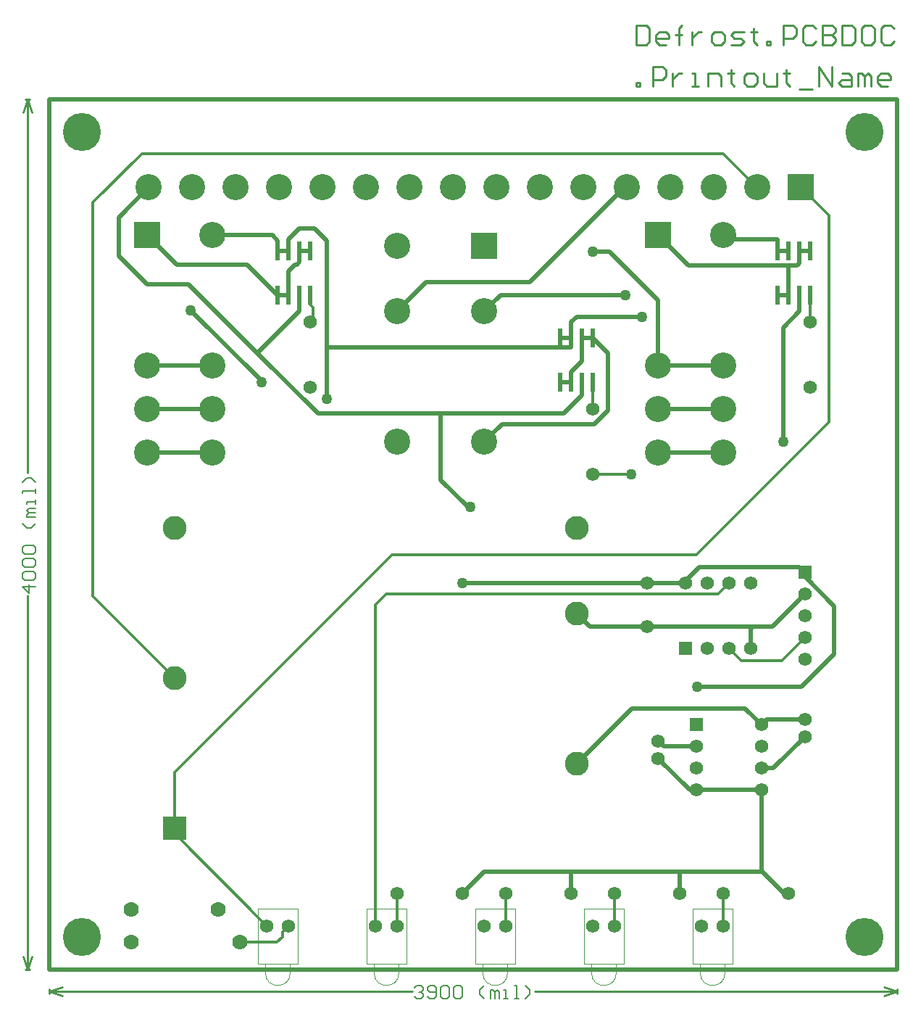
<source format=gtl>
%FSLAX23Y23*%
%MOIN*%
G70*
G01*
G75*
G04 Layer_Physical_Order=1*
%ADD10R,0.024X0.087*%
%ADD11R,0.024X0.087*%
%ADD12C,0.012*%
%ADD13C,0.020*%
%ADD14C,0.001*%
%ADD15C,0.001*%
%ADD16C,0.010*%
%ADD17C,0.006*%
%ADD18C,0.062*%
%ADD19C,0.070*%
%ADD20R,0.062X0.062*%
%ADD21C,0.120*%
%ADD22R,0.120X0.120*%
%ADD23R,0.110X0.110*%
%ADD24C,0.110*%
%ADD25C,0.175*%
%ADD26C,0.050*%
D10*
X2400Y2902D02*
D03*
X2350D02*
D03*
X3400Y3302D02*
D03*
X3350D02*
D03*
X1100D02*
D03*
X1050D02*
D03*
X2450Y2698D02*
D03*
X3450Y3098D02*
D03*
X1150D02*
D03*
X2400Y2698D02*
D03*
X2500Y2902D02*
D03*
X2450D02*
D03*
X3400Y3098D02*
D03*
X3500Y3302D02*
D03*
X3450D02*
D03*
X1100Y3098D02*
D03*
X1200Y3302D02*
D03*
X1150D02*
D03*
X2500Y2698D02*
D03*
X3500Y3098D02*
D03*
X1200D02*
D03*
D11*
X2350Y2698D02*
D03*
X3350Y3098D02*
D03*
X1050D02*
D03*
D12*
X1200Y3054D02*
X1211Y3043D01*
Y2986D02*
Y3043D01*
X1071Y150D02*
Y171D01*
X1046Y125D02*
X1071Y150D01*
X575Y905D02*
X1574Y1904D01*
X2975D01*
X3585Y2514D01*
Y3465D01*
X3181Y1419D02*
X3369D01*
X1550Y1725D02*
X3075D01*
X1500Y1675D02*
X1550Y1725D01*
X3100Y3750D02*
X3250Y3600D01*
X200Y1715D02*
Y3525D01*
X425Y3750D02*
X3100D01*
X200Y3525D02*
X203Y3528D01*
Y3529D01*
X421Y3747D01*
X1200Y2975D02*
X1211Y2986D01*
X1200Y3054D02*
Y3098D01*
X3500Y2975D02*
Y3098D01*
X2500Y2575D02*
Y2698D01*
X3125Y1475D02*
X3181Y1419D01*
X3369D02*
X3475Y1525D01*
X200Y1715D02*
X575Y1340D01*
X3100Y200D02*
Y350D01*
X2600Y200D02*
Y350D01*
X2100Y200D02*
Y350D01*
X2500Y2275D02*
X2675D01*
X1600Y200D02*
Y350D01*
X1500Y200D02*
Y1675D01*
X3075Y1725D02*
X3125Y1775D01*
X875Y125D02*
X1046D01*
X1071Y171D02*
X1100Y200D01*
X575Y625D02*
X1000Y200D01*
X575Y625D02*
Y650D01*
Y905D01*
X3456Y3594D02*
X3585Y3465D01*
X3450Y3600D02*
X3456Y3594D01*
D13*
X3438Y3235D02*
X3450Y3247D01*
X1733Y3158D02*
X2208D01*
X3375Y2950D02*
X3450Y3025D01*
X2575Y3300D02*
X2800Y3075D01*
X1025Y3375D02*
X1050Y3350D01*
X2400Y2975D02*
X2425Y3000D01*
X2366Y2555D02*
X2450Y2639D01*
X1100Y3355D02*
X1150Y3405D01*
X1219D01*
X1274Y3350D01*
X1800Y2250D02*
X1925Y2125D01*
X640Y3150D02*
X957Y2833D01*
X450Y3150D02*
X640D01*
X320Y3280D02*
X450Y3150D01*
X320Y3280D02*
Y3457D01*
X957Y2832D02*
Y2833D01*
Y2832D02*
X1234Y2555D01*
X957Y2832D02*
X1150Y3025D01*
X2925Y1785D02*
X2990Y1850D01*
X3450D01*
X2680Y1200D02*
X3200D01*
X3475Y1805D02*
X3610Y1670D01*
Y1450D02*
Y1670D01*
X3460Y1300D02*
X3610Y1450D01*
X585Y3240D02*
X908D01*
X1100Y3210D02*
X1130Y3240D01*
X1138D01*
X1150Y3253D01*
X2507Y2507D02*
X2570Y2570D01*
Y2832D01*
X2082Y2507D02*
X2507D01*
X2400Y2747D02*
X2450Y2797D01*
X2800Y1050D02*
X2825Y1025D01*
X2975D01*
X1900Y1775D02*
X2750D01*
X2925D01*
X650Y3030D02*
X975Y2705D01*
Y2700D02*
Y2705D01*
X2980Y1300D02*
X3460D01*
X2925Y1775D02*
Y1785D01*
X3475Y1805D02*
Y1825D01*
X3450Y1850D02*
X3475Y1825D01*
X908Y3240D02*
X1050Y3098D01*
X450Y3375D02*
X585Y3240D01*
X1050Y3098D02*
X1100D01*
Y3210D01*
X1150Y3253D02*
Y3302D01*
X1200D01*
X3350Y3098D02*
X3400D01*
X2940Y3235D02*
X3400D01*
X3438D01*
X2800Y3375D02*
X2940Y3235D01*
X3400Y3098D02*
Y3235D01*
X3450Y3247D02*
Y3302D01*
X3500D01*
X2000Y2425D02*
X2082Y2507D01*
X2350Y2698D02*
X2400D01*
Y2747D01*
X2450Y2797D02*
Y2902D01*
X2500D01*
X2570Y2832D01*
X1600Y3025D02*
X1733Y3158D01*
X2208D02*
X2650Y3600D01*
X2000Y3025D02*
X2075Y3100D01*
X2650D01*
X1900Y350D02*
X2000Y450D01*
X2400Y350D02*
Y450D01*
X1925Y2125D02*
X1935D01*
X2000Y450D02*
X2400D01*
X2900D01*
X3280D01*
X2800Y970D02*
X2945Y825D01*
X2425Y1635D02*
X2485Y1575D01*
X2750D01*
X3235D01*
X3325D01*
X320Y3457D02*
X456Y3594D01*
X1800Y2250D02*
Y2555D01*
X1234D02*
X1800D01*
X2366D01*
X2450Y2639D02*
Y2698D01*
X1150Y3025D02*
Y3098D01*
X2900Y350D02*
Y450D01*
X3275Y455D02*
Y825D01*
X2945D02*
X2975D01*
X3275D01*
X3280Y450D02*
X3380Y350D01*
X3275Y455D02*
X3280Y450D01*
X3380Y350D02*
X3400D01*
X3275Y925D02*
X3330D01*
X3475Y1070D01*
X3225Y1475D02*
Y1565D01*
X3235Y1575D01*
X3375Y2425D02*
Y2950D01*
X3325Y1575D02*
X3475Y1725D01*
X3450Y3025D02*
Y3098D01*
X2800Y2575D02*
X3100D01*
X2800Y2375D02*
X3100D01*
X2500Y3300D02*
X2575D01*
X2800Y2775D02*
Y3075D01*
Y2775D02*
X3100D01*
X450Y2575D02*
X750D01*
X450Y2375D02*
X750D01*
X450Y2775D02*
X750D01*
X1274Y2621D02*
Y2858D01*
Y3350D01*
Y2858D02*
X2350D01*
X2400D01*
X2350Y2902D02*
X2400D01*
X1050Y3302D02*
Y3350D01*
X750Y3375D02*
X1025D01*
X1050Y3302D02*
X1100D01*
Y3355D01*
X2425Y945D02*
X2680Y1200D01*
X3275Y1125D02*
X3300Y1150D01*
X2400Y2858D02*
Y2902D01*
Y2975D01*
X3200Y1200D02*
X3275Y1125D01*
X3300Y1150D02*
X3475D01*
X2425Y3000D02*
X2725D01*
X3100Y3354D02*
Y3375D01*
X3350Y3302D02*
X3400D01*
X3350D02*
Y3354D01*
X3100D02*
X3350D01*
X0Y4000D02*
X3900D01*
Y0D02*
Y4000D01*
X0Y0D02*
X3900D01*
X0D02*
Y4000D01*
D14*
X2993Y-17D02*
G03*
X3107Y-17I57J0D01*
G01*
X1493D02*
G03*
X1607Y-17I57J0D01*
G01*
X2493D02*
G03*
X2607Y-17I57J0D01*
G01*
X1993D02*
G03*
X2107Y-17I57J0D01*
G01*
X993D02*
G03*
X1107Y-17I57J0D01*
G01*
D15*
X2958Y279D02*
X3142D01*
X2958Y27D02*
Y279D01*
Y27D02*
X3142D01*
Y279D01*
X3107Y-17D02*
Y27D01*
X2993Y-17D02*
Y27D01*
X1493Y-17D02*
Y27D01*
X1607Y-17D02*
Y27D01*
X1642D02*
Y279D01*
X1458Y27D02*
X1642D01*
X1458D02*
Y279D01*
X1642D01*
X2493Y-17D02*
Y27D01*
X2607Y-17D02*
Y27D01*
X2642D02*
Y279D01*
X2458Y27D02*
X2642D01*
X2458D02*
Y279D01*
X2642D01*
X1958D02*
X2142D01*
X1958Y27D02*
Y279D01*
Y27D02*
X2142D01*
Y279D01*
X2107Y-17D02*
Y27D01*
X1993Y-17D02*
Y27D01*
X993Y-17D02*
Y27D01*
X1107Y-17D02*
Y27D01*
X1142D02*
Y279D01*
X958Y27D02*
X1142D01*
X958D02*
Y279D01*
X1142D01*
D16*
X3900Y-110D02*
Y-90D01*
X0Y-110D02*
Y-90D01*
X3840Y-120D02*
X3900Y-100D01*
X3840Y-80D02*
X3900Y-100D01*
X0D02*
X60Y-120D01*
X0Y-100D02*
X60Y-80D01*
X2231Y-100D02*
X3900D01*
X0D02*
X1669D01*
X-110Y4000D02*
X-90D01*
X-110Y0D02*
X-90D01*
X-100Y4000D02*
X-80Y3940D01*
X-120D02*
X-100Y4000D01*
Y0D02*
X-80Y60D01*
X-120D02*
X-100Y0D01*
Y2281D02*
Y4000D01*
Y0D02*
Y1719D01*
X2699Y4340D02*
Y4250D01*
X2744D01*
X2759Y4265D01*
Y4325D01*
X2744Y4340D01*
X2699D01*
X2834Y4250D02*
X2804D01*
X2789Y4265D01*
Y4295D01*
X2804Y4310D01*
X2834D01*
X2849Y4295D01*
Y4280D01*
X2789D01*
X2894Y4250D02*
Y4325D01*
Y4295D01*
X2879D01*
X2909D01*
X2894D01*
Y4325D01*
X2909Y4340D01*
X2954Y4310D02*
Y4250D01*
Y4280D01*
X2969Y4295D01*
X2984Y4310D01*
X2999D01*
X3059Y4250D02*
X3089D01*
X3104Y4265D01*
Y4295D01*
X3089Y4310D01*
X3059D01*
X3044Y4295D01*
Y4265D01*
X3059Y4250D01*
X3134D02*
X3179D01*
X3194Y4265D01*
X3179Y4280D01*
X3149D01*
X3134Y4295D01*
X3149Y4310D01*
X3194D01*
X3239Y4325D02*
Y4310D01*
X3224D01*
X3254D01*
X3239D01*
Y4265D01*
X3254Y4250D01*
X3299D02*
Y4265D01*
X3314D01*
Y4250D01*
X3299D01*
X3374D02*
Y4340D01*
X3419D01*
X3434Y4325D01*
Y4295D01*
X3419Y4280D01*
X3374D01*
X3524Y4325D02*
X3509Y4340D01*
X3479D01*
X3464Y4325D01*
Y4265D01*
X3479Y4250D01*
X3509D01*
X3524Y4265D01*
X3554Y4340D02*
Y4250D01*
X3599D01*
X3614Y4265D01*
Y4280D01*
X3599Y4295D01*
X3554D01*
X3599D01*
X3614Y4310D01*
Y4325D01*
X3599Y4340D01*
X3554D01*
X3644D02*
Y4250D01*
X3689D01*
X3704Y4265D01*
Y4325D01*
X3689Y4340D01*
X3644D01*
X3779D02*
X3749D01*
X3734Y4325D01*
Y4265D01*
X3749Y4250D01*
X3779D01*
X3794Y4265D01*
Y4325D01*
X3779Y4340D01*
X3884Y4325D02*
X3869Y4340D01*
X3839D01*
X3824Y4325D01*
Y4265D01*
X3839Y4250D01*
X3869D01*
X3884Y4265D01*
X2699Y4060D02*
Y4075D01*
X2714D01*
Y4060D01*
X2699D01*
X2774D02*
Y4150D01*
X2819D01*
X2834Y4135D01*
Y4105D01*
X2819Y4090D01*
X2774D01*
X2864Y4120D02*
Y4060D01*
Y4090D01*
X2879Y4105D01*
X2894Y4120D01*
X2909D01*
X2954Y4060D02*
X2984D01*
X2969D01*
Y4120D01*
X2954D01*
X3029Y4060D02*
Y4120D01*
X3074D01*
X3089Y4105D01*
Y4060D01*
X3134Y4135D02*
Y4120D01*
X3119D01*
X3149D01*
X3134D01*
Y4075D01*
X3149Y4060D01*
X3209D02*
X3239D01*
X3254Y4075D01*
Y4105D01*
X3239Y4120D01*
X3209D01*
X3194Y4105D01*
Y4075D01*
X3209Y4060D01*
X3284Y4120D02*
Y4075D01*
X3299Y4060D01*
X3344D01*
Y4120D01*
X3389Y4135D02*
Y4120D01*
X3374D01*
X3404D01*
X3389D01*
Y4075D01*
X3404Y4060D01*
X3449Y4045D02*
X3509D01*
X3539Y4060D02*
Y4150D01*
X3599Y4060D01*
Y4150D01*
X3644Y4120D02*
X3674D01*
X3689Y4105D01*
Y4060D01*
X3644D01*
X3629Y4075D01*
X3644Y4090D01*
X3689D01*
X3719Y4060D02*
Y4120D01*
X3734D01*
X3749Y4105D01*
Y4060D01*
Y4105D01*
X3764Y4120D01*
X3779Y4105D01*
Y4060D01*
X3854D02*
X3824D01*
X3809Y4075D01*
Y4105D01*
X3824Y4120D01*
X3854D01*
X3869Y4105D01*
Y4090D01*
X3809D01*
D17*
X1679Y-86D02*
X1689Y-76D01*
X1709D01*
X1719Y-86D01*
Y-96D01*
X1709Y-106D01*
X1699D01*
X1709D01*
X1719Y-116D01*
Y-126D01*
X1709Y-136D01*
X1689D01*
X1679Y-126D01*
X1739D02*
X1749Y-136D01*
X1769D01*
X1779Y-126D01*
Y-86D01*
X1769Y-76D01*
X1749D01*
X1739Y-86D01*
Y-96D01*
X1749Y-106D01*
X1779D01*
X1799Y-86D02*
X1809Y-76D01*
X1829D01*
X1839Y-86D01*
Y-126D01*
X1829Y-136D01*
X1809D01*
X1799Y-126D01*
Y-86D01*
X1859D02*
X1869Y-76D01*
X1889D01*
X1899Y-86D01*
Y-126D01*
X1889Y-136D01*
X1869D01*
X1859Y-126D01*
Y-86D01*
X1999Y-136D02*
X1979Y-116D01*
Y-96D01*
X1999Y-76D01*
X2029Y-136D02*
Y-96D01*
X2039D01*
X2049Y-106D01*
Y-136D01*
Y-106D01*
X2059Y-96D01*
X2069Y-106D01*
Y-136D01*
X2089D02*
X2109D01*
X2099D01*
Y-96D01*
X2089D01*
X2139Y-136D02*
X2159D01*
X2149D01*
Y-76D01*
X2139D01*
X2189Y-136D02*
X2209Y-116D01*
Y-96D01*
X2189Y-76D01*
X-64Y1759D02*
X-124D01*
X-94Y1729D01*
Y1769D01*
X-114Y1789D02*
X-124Y1799D01*
Y1819D01*
X-114Y1829D01*
X-74D01*
X-64Y1819D01*
Y1799D01*
X-74Y1789D01*
X-114D01*
Y1849D02*
X-124Y1859D01*
Y1879D01*
X-114Y1889D01*
X-74D01*
X-64Y1879D01*
Y1859D01*
X-74Y1849D01*
X-114D01*
Y1909D02*
X-124Y1919D01*
Y1939D01*
X-114Y1949D01*
X-74D01*
X-64Y1939D01*
Y1919D01*
X-74Y1909D01*
X-114D01*
X-64Y2049D02*
X-84Y2029D01*
X-104D01*
X-124Y2049D01*
X-64Y2079D02*
X-104D01*
Y2089D01*
X-94Y2099D01*
X-64D01*
X-94D01*
X-104Y2109D01*
X-94Y2119D01*
X-64D01*
Y2139D02*
Y2159D01*
Y2149D01*
X-104D01*
Y2139D01*
X-64Y2189D02*
Y2209D01*
Y2199D01*
X-124D01*
Y2189D01*
X-64Y2239D02*
X-84Y2259D01*
X-104D01*
X-124Y2239D01*
D18*
X2925Y1775D02*
D03*
X3500Y2975D02*
D03*
X2500Y2575D02*
D03*
X3225Y1775D02*
D03*
X3125Y1475D02*
D03*
X1600Y350D02*
D03*
X3025Y1475D02*
D03*
X3500Y2675D02*
D03*
X2600Y350D02*
D03*
X3025Y1775D02*
D03*
X2500Y2275D02*
D03*
X2100Y350D02*
D03*
X3225Y1475D02*
D03*
X1900Y350D02*
D03*
X2900D02*
D03*
X2400D02*
D03*
X3125Y1775D02*
D03*
X3475Y1625D02*
D03*
X3100Y350D02*
D03*
X3400D02*
D03*
X1200Y2675D02*
D03*
Y2975D02*
D03*
X3275Y825D02*
D03*
Y925D02*
D03*
Y1025D02*
D03*
Y1125D02*
D03*
X2975Y825D02*
D03*
Y925D02*
D03*
Y1025D02*
D03*
X3475Y1150D02*
D03*
X1000Y200D02*
D03*
X1500D02*
D03*
X3475Y1070D02*
D03*
X2800Y970D02*
D03*
X2750Y1575D02*
D03*
X3475Y1725D02*
D03*
X1100Y200D02*
D03*
X2000D02*
D03*
X2100D02*
D03*
X2500D02*
D03*
X2600D02*
D03*
X3000D02*
D03*
X3100D02*
D03*
X1600D02*
D03*
X3475Y1525D02*
D03*
Y1425D02*
D03*
X2800Y1050D02*
D03*
X2750Y1775D02*
D03*
D19*
X375Y275D02*
D03*
X775D02*
D03*
X375Y125D02*
D03*
X875D02*
D03*
D20*
X2925Y1475D02*
D03*
X2975Y1125D02*
D03*
X3475Y1825D02*
D03*
D21*
X1600Y2425D02*
D03*
X2000Y3025D02*
D03*
X1600D02*
D03*
Y3325D02*
D03*
X2000Y2425D02*
D03*
X3100Y3375D02*
D03*
Y2775D02*
D03*
X2800Y2375D02*
D03*
Y2775D02*
D03*
X3100Y2375D02*
D03*
X2800Y2575D02*
D03*
X3100D02*
D03*
X750Y3375D02*
D03*
Y2775D02*
D03*
X450Y2375D02*
D03*
Y2775D02*
D03*
X750Y2375D02*
D03*
X450Y2575D02*
D03*
X750D02*
D03*
X1256Y3594D02*
D03*
X1456D02*
D03*
X1656D02*
D03*
X1856D02*
D03*
X2056D02*
D03*
X2256D02*
D03*
X2456D02*
D03*
X2656D02*
D03*
X2856D02*
D03*
X3056D02*
D03*
X3256D02*
D03*
X1056D02*
D03*
X856D02*
D03*
X656D02*
D03*
X456D02*
D03*
D22*
X2000Y3325D02*
D03*
X2800Y3375D02*
D03*
X450D02*
D03*
X3456Y3594D02*
D03*
D23*
X575Y650D02*
D03*
D24*
Y1340D02*
D03*
Y2030D02*
D03*
X2425D02*
D03*
Y1635D02*
D03*
Y945D02*
D03*
D25*
X150Y150D02*
D03*
X3750D02*
D03*
Y3850D02*
D03*
X150D02*
D03*
D26*
X3375Y2425D02*
D03*
X2500Y3300D02*
D03*
X2725Y3000D02*
D03*
X1900Y1775D02*
D03*
X975Y2700D02*
D03*
X2675Y2275D02*
D03*
X2650Y3100D02*
D03*
X1935Y2125D02*
D03*
X1274Y2621D02*
D03*
X650Y3030D02*
D03*
X2980Y1300D02*
D03*
M02*

</source>
